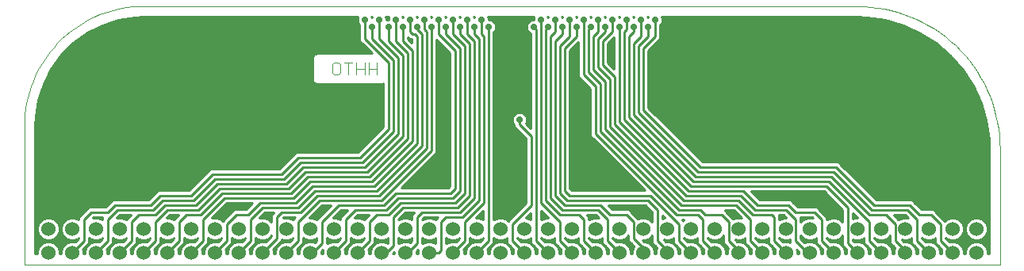
<source format=gbl>
G75*
G70*
%OFA0B0*%
%FSLAX24Y24*%
%IPPOS*%
%LPD*%
%AMOC8*
5,1,8,0,0,1.08239X$1,22.5*
%
%ADD10C,0.0000*%
%ADD11C,0.0040*%
%ADD12C,0.0600*%
%ADD13C,0.0100*%
%ADD14C,0.0278*%
D10*
X000183Y002893D02*
X000183Y008750D01*
X000182Y008750D02*
X000188Y008989D01*
X000205Y009227D01*
X000233Y009464D01*
X000273Y009699D01*
X000323Y009932D01*
X000385Y010163D01*
X000458Y010390D01*
X000541Y010614D01*
X000635Y010833D01*
X000739Y011048D01*
X000854Y011257D01*
X000978Y011461D01*
X001112Y011658D01*
X001255Y011849D01*
X001407Y012033D01*
X001567Y012210D01*
X001736Y012379D01*
X001913Y012539D01*
X002097Y012691D01*
X002288Y012834D01*
X002485Y012968D01*
X002689Y013092D01*
X002898Y013207D01*
X003113Y013311D01*
X003332Y013405D01*
X003556Y013488D01*
X003783Y013561D01*
X004014Y013623D01*
X004247Y013673D01*
X004482Y013713D01*
X004719Y013741D01*
X004957Y013758D01*
X005196Y013764D01*
X005196Y013763D02*
X035171Y013763D01*
X035171Y013764D02*
X035457Y013757D01*
X035742Y013737D01*
X036025Y013703D01*
X036307Y013655D01*
X036586Y013595D01*
X036863Y013521D01*
X037135Y013434D01*
X037402Y013334D01*
X037665Y013221D01*
X037922Y013097D01*
X038173Y012960D01*
X038417Y012811D01*
X038654Y012651D01*
X038882Y012479D01*
X039103Y012298D01*
X039314Y012105D01*
X039516Y011903D01*
X039709Y011692D01*
X039890Y011471D01*
X040062Y011243D01*
X040222Y011006D01*
X040371Y010762D01*
X040508Y010511D01*
X040632Y010254D01*
X040745Y009991D01*
X040845Y009724D01*
X040932Y009452D01*
X041006Y009175D01*
X041066Y008896D01*
X041114Y008614D01*
X041148Y008331D01*
X041168Y008046D01*
X041175Y007760D01*
X041175Y002893D01*
X000183Y002893D01*
D11*
X013107Y010961D02*
X013194Y010874D01*
X013368Y010874D01*
X013454Y010961D01*
X013454Y011308D01*
X013368Y011394D01*
X013194Y011394D01*
X013107Y011308D01*
X013107Y010961D01*
X013797Y010874D02*
X013797Y011394D01*
X013970Y011394D02*
X013623Y011394D01*
X014139Y011394D02*
X014139Y010874D01*
X014486Y010874D02*
X014486Y011394D01*
X014654Y011394D02*
X014654Y010874D01*
X015001Y010874D02*
X015001Y011394D01*
X015001Y011134D02*
X014654Y011134D01*
X014486Y011134D02*
X014139Y011134D01*
D12*
X014183Y004393D03*
X015183Y004393D03*
X016183Y004393D03*
X017183Y004393D03*
X018183Y004393D03*
X019183Y004393D03*
X020183Y004393D03*
X021183Y004393D03*
X022183Y004393D03*
X023183Y004393D03*
X024183Y004393D03*
X025183Y004393D03*
X026183Y004393D03*
X027183Y004393D03*
X028183Y004393D03*
X029183Y004393D03*
X030183Y004393D03*
X031183Y004393D03*
X032183Y004393D03*
X033183Y004393D03*
X034183Y004393D03*
X035183Y004393D03*
X036183Y004393D03*
X037183Y004393D03*
X038183Y004393D03*
X039183Y004393D03*
X040183Y004393D03*
X040183Y003393D03*
X039183Y003393D03*
X038183Y003393D03*
X037183Y003393D03*
X036183Y003393D03*
X035183Y003393D03*
X034183Y003393D03*
X033183Y003393D03*
X032183Y003393D03*
X031183Y003393D03*
X030183Y003393D03*
X029183Y003393D03*
X028183Y003393D03*
X027183Y003393D03*
X026183Y003393D03*
X025183Y003393D03*
X024183Y003393D03*
X023183Y003393D03*
X022183Y003393D03*
X021183Y003393D03*
X020183Y003393D03*
X019183Y003393D03*
X018183Y003393D03*
X017183Y003393D03*
X016183Y003393D03*
X015183Y003393D03*
X014183Y003393D03*
X013183Y003393D03*
X012183Y003393D03*
X011183Y003393D03*
X010183Y003393D03*
X009183Y003393D03*
X008183Y003393D03*
X007183Y003393D03*
X006183Y003393D03*
X005183Y003393D03*
X004183Y003393D03*
X003183Y003393D03*
X002183Y003393D03*
X001183Y003393D03*
X001183Y004393D03*
X002183Y004393D03*
X003183Y004393D03*
X004183Y004393D03*
X005183Y004393D03*
X006183Y004393D03*
X007183Y004393D03*
X008183Y004393D03*
X009183Y004393D03*
X010183Y004393D03*
X011183Y004393D03*
X012183Y004393D03*
X013183Y004393D03*
D13*
X013423Y003984D02*
X013463Y003984D01*
X013322Y003844D01*
X013276Y003863D01*
X013089Y003863D01*
X012916Y003792D01*
X012903Y003778D01*
X012903Y004009D01*
X012916Y003995D01*
X013089Y003923D01*
X013276Y003923D01*
X013449Y003995D01*
X013463Y004009D01*
X013463Y003984D01*
X013364Y003886D02*
X012903Y003886D01*
X012903Y003984D02*
X012942Y003984D01*
X012463Y003984D02*
X012423Y003984D01*
X012449Y003995D02*
X012463Y004009D01*
X012463Y003884D01*
X012393Y003815D01*
X012276Y003863D01*
X012089Y003863D01*
X011916Y003792D01*
X011784Y003660D01*
X011713Y003487D01*
X011713Y003343D01*
X011653Y003343D01*
X011653Y003487D01*
X011634Y003533D01*
X011903Y003802D01*
X011903Y004009D01*
X011916Y003995D01*
X012089Y003923D01*
X012276Y003923D01*
X012449Y003995D01*
X012463Y003886D02*
X011903Y003886D01*
X011903Y003984D02*
X011942Y003984D01*
X011683Y003893D02*
X011183Y003393D01*
X011653Y003393D02*
X011713Y003393D01*
X011715Y003492D02*
X011651Y003492D01*
X011691Y003590D02*
X011756Y003590D01*
X011789Y003689D02*
X011814Y003689D01*
X011888Y003787D02*
X011912Y003787D01*
X011683Y003893D02*
X011683Y004693D01*
X012583Y005593D01*
X015183Y005593D01*
X017283Y007693D01*
X017283Y012893D01*
X017083Y012693D02*
X016983Y012793D01*
X016983Y013193D01*
X017267Y013313D02*
X017298Y013313D01*
X017283Y013277D01*
X017267Y013313D01*
X017583Y013193D02*
X017583Y012593D01*
X018283Y011893D01*
X018283Y006093D01*
X018083Y005893D01*
X015783Y005893D01*
X015283Y005393D01*
X013383Y005393D01*
X012683Y004693D01*
X012683Y003793D01*
X012283Y003393D01*
X012183Y003393D01*
X012653Y003393D02*
X012713Y003393D01*
X012713Y003343D02*
X012653Y003343D01*
X012653Y003452D01*
X012731Y003530D01*
X012713Y003487D01*
X012713Y003343D01*
X012715Y003492D02*
X012692Y003492D01*
X013183Y003393D02*
X013683Y003893D01*
X013683Y004793D01*
X014083Y005193D01*
X015383Y005193D01*
X015883Y005693D01*
X018183Y005693D01*
X018483Y005993D01*
X018483Y011993D01*
X017883Y012593D01*
X017883Y012893D01*
X018483Y012893D02*
X018483Y012593D01*
X018883Y012193D01*
X018883Y005793D01*
X018383Y005293D01*
X016083Y005293D01*
X015683Y004893D01*
X015683Y003693D01*
X015383Y003393D01*
X015183Y003393D01*
X014713Y003393D02*
X014653Y003393D01*
X014653Y003343D02*
X014653Y003487D01*
X014634Y003533D01*
X014903Y003802D01*
X014903Y004009D01*
X014916Y003995D01*
X015089Y003923D01*
X015276Y003923D01*
X015449Y003995D01*
X015463Y004009D01*
X015463Y003784D01*
X015459Y003781D01*
X015449Y003792D01*
X015276Y003863D01*
X015089Y003863D01*
X014916Y003792D01*
X014784Y003660D01*
X014713Y003487D01*
X014713Y003343D01*
X014653Y003343D01*
X014651Y003492D02*
X014715Y003492D01*
X014691Y003590D02*
X014756Y003590D01*
X014789Y003689D02*
X014814Y003689D01*
X014888Y003787D02*
X014912Y003787D01*
X014903Y003886D02*
X015463Y003886D01*
X015463Y003984D02*
X015423Y003984D01*
X015903Y003984D02*
X015942Y003984D01*
X015916Y003995D02*
X015903Y004009D01*
X015903Y003778D01*
X015916Y003792D01*
X016089Y003863D01*
X016276Y003863D01*
X016393Y003815D01*
X016463Y003884D01*
X016463Y004009D01*
X016449Y003995D01*
X016276Y003923D01*
X016089Y003923D01*
X015916Y003995D01*
X015903Y003886D02*
X016463Y003886D01*
X016463Y003984D02*
X016423Y003984D01*
X016903Y003984D02*
X016942Y003984D01*
X016916Y003995D02*
X016903Y004009D01*
X016903Y003778D01*
X016916Y003792D01*
X017089Y003863D01*
X017276Y003863D01*
X017449Y003792D01*
X017463Y003778D01*
X017463Y004009D01*
X017449Y003995D01*
X017276Y003923D01*
X017089Y003923D01*
X016916Y003995D01*
X016903Y003886D02*
X017463Y003886D01*
X017463Y003984D02*
X017423Y003984D01*
X017903Y003984D02*
X017942Y003984D01*
X017916Y003995D02*
X017903Y004009D01*
X017903Y003778D01*
X017916Y003792D01*
X018089Y003863D01*
X018276Y003863D01*
X018322Y003844D01*
X018463Y003984D01*
X018423Y003984D01*
X018449Y003995D02*
X018463Y004009D01*
X018463Y003984D01*
X018449Y003995D02*
X018276Y003923D01*
X018089Y003923D01*
X017916Y003995D01*
X017903Y003886D02*
X018364Y003886D01*
X018683Y003893D02*
X018183Y003393D01*
X018653Y003393D02*
X018713Y003393D01*
X018713Y003343D02*
X018653Y003343D01*
X018653Y003487D01*
X018634Y003533D01*
X018903Y003802D01*
X018903Y004009D01*
X018916Y003995D01*
X019089Y003923D01*
X019276Y003923D01*
X019449Y003995D01*
X019463Y004009D01*
X019463Y003984D01*
X019423Y003984D01*
X019463Y003984D02*
X019322Y003844D01*
X019276Y003863D01*
X019089Y003863D01*
X018916Y003792D01*
X018784Y003660D01*
X018713Y003487D01*
X018713Y003343D01*
X018715Y003492D02*
X018651Y003492D01*
X018691Y003590D02*
X018756Y003590D01*
X018789Y003689D02*
X018814Y003689D01*
X018888Y003787D02*
X018912Y003787D01*
X018903Y003886D02*
X019364Y003886D01*
X019683Y003893D02*
X019183Y003393D01*
X019653Y003393D02*
X019713Y003393D01*
X019713Y003343D02*
X019653Y003343D01*
X019653Y003487D01*
X019634Y003533D01*
X019903Y003802D01*
X019903Y003984D01*
X019942Y003984D01*
X019916Y003995D02*
X020089Y003923D01*
X020276Y003923D01*
X020449Y003995D01*
X020463Y004009D01*
X020463Y003802D01*
X020592Y003673D01*
X020732Y003533D01*
X020713Y003487D01*
X020713Y003343D01*
X020653Y003343D01*
X020653Y003487D01*
X020581Y003660D01*
X020449Y003792D01*
X020276Y003863D01*
X020089Y003863D01*
X019916Y003792D01*
X019784Y003660D01*
X019713Y003487D01*
X019713Y003343D01*
X019715Y003492D02*
X019651Y003492D01*
X019691Y003590D02*
X019756Y003590D01*
X019789Y003689D02*
X019814Y003689D01*
X019888Y003787D02*
X019912Y003787D01*
X019903Y003886D02*
X020463Y003886D01*
X020463Y003984D02*
X020423Y003984D01*
X020683Y003893D02*
X020683Y004593D01*
X021483Y005393D01*
X021483Y008293D01*
X020983Y008793D01*
X020983Y008993D01*
X021270Y009106D02*
X021463Y009106D01*
X021463Y009008D02*
X021292Y009008D01*
X021292Y009055D02*
X021245Y009168D01*
X021158Y009255D01*
X021044Y009302D01*
X020921Y009302D01*
X020808Y009255D01*
X020721Y009168D01*
X020674Y009055D01*
X020674Y008932D01*
X020721Y008818D01*
X020763Y008776D01*
X020763Y008702D01*
X021263Y008202D01*
X021263Y005484D01*
X020592Y004813D01*
X020509Y004731D01*
X020449Y004792D01*
X020276Y004863D01*
X020089Y004863D01*
X019916Y004792D01*
X019903Y004778D01*
X019903Y012676D01*
X019945Y012718D01*
X019992Y012832D01*
X019992Y012955D01*
X019945Y013068D01*
X019858Y013155D01*
X019744Y013202D01*
X019692Y013202D01*
X019692Y013255D01*
X019667Y013313D01*
X021598Y013313D01*
X021574Y013255D01*
X021574Y013202D01*
X021521Y013202D01*
X021408Y013155D01*
X021321Y013068D01*
X021274Y012955D01*
X021274Y012832D01*
X021321Y012718D01*
X021408Y012631D01*
X021463Y012608D01*
X021463Y008624D01*
X021252Y008835D01*
X021292Y008932D01*
X021292Y009055D01*
X021282Y008909D02*
X021463Y008909D01*
X021463Y008811D02*
X021276Y008811D01*
X021375Y008712D02*
X021463Y008712D01*
X020950Y008515D02*
X019903Y008515D01*
X019903Y008417D02*
X021048Y008417D01*
X021147Y008318D02*
X019903Y008318D01*
X019903Y008220D02*
X021245Y008220D01*
X021263Y008121D02*
X019903Y008121D01*
X019903Y008023D02*
X021263Y008023D01*
X021263Y007924D02*
X019903Y007924D01*
X019903Y007826D02*
X021263Y007826D01*
X021263Y007727D02*
X019903Y007727D01*
X019903Y007629D02*
X021263Y007629D01*
X021263Y007530D02*
X019903Y007530D01*
X019903Y007432D02*
X021263Y007432D01*
X021263Y007333D02*
X019903Y007333D01*
X019903Y007235D02*
X021263Y007235D01*
X021263Y007136D02*
X019903Y007136D01*
X019903Y007038D02*
X021263Y007038D01*
X021263Y006939D02*
X019903Y006939D01*
X019903Y006841D02*
X021263Y006841D01*
X021263Y006742D02*
X019903Y006742D01*
X019903Y006644D02*
X021263Y006644D01*
X021263Y006545D02*
X019903Y006545D01*
X019903Y006447D02*
X021263Y006447D01*
X021263Y006348D02*
X019903Y006348D01*
X019903Y006250D02*
X021263Y006250D01*
X021263Y006151D02*
X019903Y006151D01*
X019903Y006053D02*
X021263Y006053D01*
X021263Y005954D02*
X019903Y005954D01*
X019903Y005856D02*
X021263Y005856D01*
X021263Y005757D02*
X019903Y005757D01*
X019903Y005659D02*
X021263Y005659D01*
X021263Y005560D02*
X019903Y005560D01*
X019903Y005462D02*
X021240Y005462D01*
X021142Y005363D02*
X019903Y005363D01*
X019903Y005265D02*
X021043Y005265D01*
X020945Y005166D02*
X019903Y005166D01*
X019903Y005068D02*
X020846Y005068D01*
X020748Y004969D02*
X019903Y004969D01*
X019903Y004871D02*
X020649Y004871D01*
X020551Y004772D02*
X020468Y004772D01*
X021264Y004863D02*
X021463Y005062D01*
X021463Y004778D01*
X021449Y004792D01*
X021276Y004863D01*
X021264Y004863D01*
X021271Y004871D02*
X021463Y004871D01*
X021463Y004969D02*
X021370Y004969D01*
X021903Y004969D02*
X022096Y004969D01*
X022089Y004863D02*
X022202Y004863D01*
X021903Y005162D01*
X021903Y004778D01*
X021916Y004792D01*
X022089Y004863D01*
X022194Y004871D02*
X021903Y004871D01*
X021903Y005068D02*
X021997Y005068D01*
X022083Y005593D02*
X022683Y004993D01*
X023483Y004993D01*
X023683Y004793D01*
X023683Y003893D01*
X024183Y003393D01*
X024653Y003393D02*
X024713Y003393D01*
X024713Y003343D02*
X024653Y003343D01*
X024653Y003487D01*
X024581Y003660D01*
X024449Y003792D01*
X024276Y003863D01*
X024089Y003863D01*
X024043Y003844D01*
X023903Y003984D01*
X023942Y003984D01*
X023916Y003995D02*
X023903Y004009D01*
X023903Y003984D01*
X023916Y003995D02*
X024089Y003923D01*
X024276Y003923D01*
X024449Y003995D01*
X024463Y004009D01*
X024463Y003802D01*
X024592Y003673D01*
X024732Y003533D01*
X024713Y003487D01*
X024713Y003343D01*
X024715Y003492D02*
X024651Y003492D01*
X024675Y003590D02*
X024610Y003590D01*
X024576Y003689D02*
X024552Y003689D01*
X024478Y003787D02*
X024453Y003787D01*
X024463Y003886D02*
X024001Y003886D01*
X024423Y003984D02*
X024463Y003984D01*
X024683Y003893D02*
X024683Y004793D01*
X024283Y005193D01*
X022783Y005193D01*
X022283Y005693D01*
X022283Y012493D01*
X022483Y012693D01*
X022483Y013193D01*
X022767Y013313D02*
X022798Y013313D01*
X022783Y013277D01*
X022767Y013313D01*
X023083Y013193D02*
X023083Y012493D01*
X022683Y012093D01*
X022683Y005893D01*
X022983Y005593D01*
X026383Y005593D01*
X026783Y005193D01*
X026783Y003893D01*
X027183Y003493D01*
X027183Y003393D01*
X027653Y003393D02*
X027713Y003393D01*
X027713Y003343D02*
X027653Y003343D01*
X027653Y003487D01*
X027581Y003660D01*
X027449Y003792D01*
X027276Y003863D01*
X027124Y003863D01*
X027046Y003941D01*
X027089Y003923D01*
X027276Y003923D01*
X027449Y003995D01*
X027463Y004009D01*
X027463Y003802D01*
X027592Y003673D01*
X027732Y003533D01*
X027713Y003487D01*
X027713Y003343D01*
X027715Y003492D02*
X027651Y003492D01*
X027675Y003590D02*
X027610Y003590D01*
X027576Y003689D02*
X027552Y003689D01*
X027478Y003787D02*
X027453Y003787D01*
X027463Y003886D02*
X027101Y003886D01*
X027423Y003984D02*
X027463Y003984D01*
X027683Y003893D02*
X027683Y004593D01*
X026483Y005793D01*
X023083Y005793D01*
X022883Y005993D01*
X022883Y011993D01*
X023383Y012493D01*
X023383Y012893D01*
X022783Y012893D02*
X022783Y012593D01*
X022483Y012293D01*
X022483Y005793D01*
X022883Y005393D01*
X024383Y005393D01*
X024783Y004993D01*
X025483Y004993D01*
X025783Y004693D01*
X025783Y003993D01*
X026183Y003593D01*
X026183Y003393D01*
X026653Y003393D02*
X026713Y003393D01*
X026713Y003343D02*
X026653Y003343D01*
X026653Y003487D01*
X026581Y003660D01*
X026449Y003792D01*
X026276Y003863D01*
X026224Y003863D01*
X026164Y003923D01*
X026276Y003923D01*
X026449Y003995D01*
X026563Y004109D01*
X026563Y003802D01*
X026692Y003673D01*
X026761Y003604D01*
X026713Y003487D01*
X026713Y003343D01*
X026715Y003492D02*
X026651Y003492D01*
X026610Y003590D02*
X026756Y003590D01*
X026676Y003689D02*
X026552Y003689D01*
X026578Y003787D02*
X026453Y003787D01*
X026563Y003886D02*
X026201Y003886D01*
X026423Y003984D02*
X026563Y003984D01*
X026563Y004083D02*
X026537Y004083D01*
X025795Y003670D02*
X025692Y003773D01*
X025563Y003902D01*
X025563Y004109D01*
X025449Y003995D01*
X025276Y003923D01*
X025089Y003923D01*
X024916Y003995D01*
X024903Y004009D01*
X024903Y003984D01*
X024942Y003984D01*
X024903Y003984D02*
X025043Y003844D01*
X025089Y003863D01*
X025276Y003863D01*
X025449Y003792D01*
X025581Y003660D01*
X025653Y003487D01*
X025653Y003343D01*
X025713Y003343D01*
X025713Y003487D01*
X025784Y003660D01*
X025795Y003670D01*
X025776Y003689D02*
X025552Y003689D01*
X025610Y003590D02*
X025756Y003590D01*
X025715Y003492D02*
X025651Y003492D01*
X025653Y003393D02*
X025713Y003393D01*
X025183Y003393D02*
X024683Y003893D01*
X025001Y003886D02*
X025579Y003886D01*
X025563Y003984D02*
X025423Y003984D01*
X025537Y004083D02*
X025563Y004083D01*
X025453Y003787D02*
X025678Y003787D01*
X023732Y003533D02*
X023713Y003487D01*
X023713Y003343D01*
X023653Y003343D01*
X023653Y003487D01*
X023581Y003660D01*
X023449Y003792D01*
X023276Y003863D01*
X023089Y003863D01*
X023043Y003844D01*
X022903Y003984D01*
X022942Y003984D01*
X022916Y003995D02*
X023089Y003923D01*
X023276Y003923D01*
X023449Y003995D01*
X023463Y004009D01*
X023463Y003802D01*
X023592Y003673D01*
X023732Y003533D01*
X023715Y003492D02*
X023651Y003492D01*
X023653Y003393D02*
X023713Y003393D01*
X023183Y003393D02*
X022683Y003893D01*
X022683Y004693D01*
X021883Y005493D01*
X021883Y013193D01*
X022167Y013313D02*
X022198Y013313D01*
X022183Y013277D01*
X022167Y013313D01*
X021574Y013243D02*
X019692Y013243D01*
X019868Y013145D02*
X021397Y013145D01*
X021312Y013046D02*
X019954Y013046D01*
X019992Y012948D02*
X021274Y012948D01*
X021274Y012849D02*
X019992Y012849D01*
X019958Y012751D02*
X021307Y012751D01*
X021387Y012652D02*
X019903Y012652D01*
X019903Y012554D02*
X021463Y012554D01*
X021463Y012455D02*
X019903Y012455D01*
X019903Y012357D02*
X021463Y012357D01*
X021463Y012258D02*
X019903Y012258D01*
X019903Y012160D02*
X021463Y012160D01*
X021463Y012061D02*
X019903Y012061D01*
X019903Y011963D02*
X021463Y011963D01*
X021463Y011864D02*
X019903Y011864D01*
X019903Y011766D02*
X021463Y011766D01*
X021463Y011667D02*
X019903Y011667D01*
X019903Y011569D02*
X021463Y011569D01*
X021463Y011470D02*
X019903Y011470D01*
X019903Y011372D02*
X021463Y011372D01*
X021463Y011273D02*
X019903Y011273D01*
X019903Y011175D02*
X021463Y011175D01*
X021463Y011076D02*
X019903Y011076D01*
X019903Y010978D02*
X021463Y010978D01*
X021463Y010879D02*
X019903Y010879D01*
X019903Y010781D02*
X021463Y010781D01*
X021463Y010682D02*
X019903Y010682D01*
X019903Y010584D02*
X021463Y010584D01*
X021463Y010485D02*
X019903Y010485D01*
X019903Y010387D02*
X021463Y010387D01*
X021463Y010288D02*
X019903Y010288D01*
X019903Y010190D02*
X021463Y010190D01*
X021463Y010091D02*
X019903Y010091D01*
X019903Y009993D02*
X021463Y009993D01*
X021463Y009894D02*
X019903Y009894D01*
X019903Y009796D02*
X021463Y009796D01*
X021463Y009697D02*
X019903Y009697D01*
X019903Y009599D02*
X021463Y009599D01*
X021463Y009500D02*
X019903Y009500D01*
X019903Y009402D02*
X021463Y009402D01*
X021463Y009303D02*
X019903Y009303D01*
X019903Y009205D02*
X020757Y009205D01*
X020695Y009106D02*
X019903Y009106D01*
X019903Y009008D02*
X020674Y009008D01*
X020683Y008909D02*
X019903Y008909D01*
X019903Y008811D02*
X020728Y008811D01*
X020763Y008712D02*
X019903Y008712D01*
X019903Y008614D02*
X020851Y008614D01*
X021208Y009205D02*
X021463Y009205D01*
X023103Y009205D02*
X023963Y009205D01*
X023963Y009303D02*
X023103Y009303D01*
X023103Y009402D02*
X023963Y009402D01*
X023963Y009500D02*
X023103Y009500D01*
X023103Y009599D02*
X023963Y009599D01*
X023963Y009697D02*
X023103Y009697D01*
X023103Y009796D02*
X023963Y009796D01*
X023963Y009894D02*
X023103Y009894D01*
X023103Y009993D02*
X023963Y009993D01*
X023963Y010091D02*
X023103Y010091D01*
X023103Y010190D02*
X023963Y010190D01*
X023963Y010288D02*
X023103Y010288D01*
X023103Y010387D02*
X023878Y010387D01*
X023963Y010302D02*
X023963Y008302D01*
X024092Y008173D01*
X026252Y006013D01*
X023174Y006013D01*
X023103Y006084D01*
X023103Y011902D01*
X023463Y012262D01*
X023463Y010984D01*
X023463Y010802D01*
X023963Y010302D01*
X024183Y010393D02*
X023683Y010893D01*
X023683Y013193D01*
X023967Y013313D02*
X023998Y013313D01*
X023983Y013277D01*
X023967Y013313D01*
X024283Y013193D02*
X024283Y012693D01*
X024083Y012493D01*
X024083Y011093D01*
X024583Y010593D01*
X024583Y008593D01*
X027783Y005393D01*
X030083Y005393D01*
X030683Y004793D01*
X030683Y003893D01*
X031183Y003393D01*
X031653Y003393D02*
X031713Y003393D01*
X031713Y003343D02*
X031653Y003343D01*
X031653Y003487D01*
X031581Y003660D01*
X031449Y003792D01*
X031276Y003863D01*
X031089Y003863D01*
X031043Y003844D01*
X030903Y003984D01*
X030942Y003984D01*
X030916Y003995D02*
X030903Y004009D01*
X030903Y003984D01*
X030916Y003995D02*
X031089Y003923D01*
X031276Y003923D01*
X031449Y003995D01*
X031463Y004009D01*
X031463Y003802D01*
X031592Y003673D01*
X031732Y003533D01*
X031713Y003487D01*
X031713Y003343D01*
X031715Y003492D02*
X031651Y003492D01*
X031675Y003590D02*
X031610Y003590D01*
X031576Y003689D02*
X031552Y003689D01*
X031478Y003787D02*
X031453Y003787D01*
X031463Y003886D02*
X031001Y003886D01*
X031423Y003984D02*
X031463Y003984D01*
X031683Y003893D02*
X031683Y004893D01*
X031583Y004993D01*
X030783Y004993D01*
X030183Y005593D01*
X027883Y005593D01*
X024783Y008693D01*
X024783Y010693D01*
X024283Y011193D01*
X024283Y012393D01*
X024583Y012693D01*
X024583Y012893D01*
X024883Y012693D02*
X024483Y012293D01*
X024483Y011293D01*
X024983Y010793D01*
X024983Y008793D01*
X027983Y005793D01*
X030283Y005793D01*
X030883Y005193D01*
X032183Y005193D01*
X032583Y004793D01*
X032583Y003893D01*
X033083Y003393D01*
X033183Y003393D01*
X033653Y003393D02*
X033713Y003393D01*
X033713Y003343D02*
X033653Y003343D01*
X033653Y003487D01*
X033581Y003660D01*
X033449Y003792D01*
X033276Y003863D01*
X033089Y003863D01*
X032972Y003815D01*
X032803Y003984D01*
X032942Y003984D01*
X032916Y003995D02*
X032803Y004109D01*
X032803Y003984D01*
X032803Y004083D02*
X032829Y004083D01*
X032916Y003995D02*
X033089Y003923D01*
X033276Y003923D01*
X033449Y003995D01*
X033463Y004009D01*
X033463Y003802D01*
X033592Y003673D01*
X033732Y003533D01*
X033713Y003487D01*
X033713Y003343D01*
X033715Y003492D02*
X033651Y003492D01*
X033675Y003590D02*
X033610Y003590D01*
X033576Y003689D02*
X033552Y003689D01*
X033478Y003787D02*
X033453Y003787D01*
X033463Y003886D02*
X032901Y003886D01*
X033423Y003984D02*
X033463Y003984D01*
X033683Y003893D02*
X033683Y004793D01*
X033383Y005093D01*
X032583Y005093D01*
X032283Y005393D01*
X030983Y005393D01*
X030383Y005993D01*
X028083Y005993D01*
X025183Y008893D01*
X025183Y012893D01*
X025383Y012693D02*
X025383Y008993D01*
X028183Y006193D01*
X033883Y006193D01*
X034783Y005293D01*
X034783Y003793D01*
X035183Y003393D01*
X035653Y003393D02*
X035713Y003393D01*
X035713Y003343D02*
X035653Y003343D01*
X035653Y003487D01*
X035581Y003660D01*
X035449Y003792D01*
X035276Y003863D01*
X035089Y003863D01*
X035043Y003844D01*
X035003Y003884D01*
X035003Y003959D01*
X035089Y003923D01*
X035276Y003923D01*
X035449Y003995D01*
X035463Y004009D01*
X035463Y003802D01*
X035592Y003673D01*
X035732Y003533D01*
X035713Y003487D01*
X035713Y003343D01*
X035715Y003492D02*
X035651Y003492D01*
X035675Y003590D02*
X035610Y003590D01*
X035576Y003689D02*
X035552Y003689D01*
X035478Y003787D02*
X035453Y003787D01*
X035463Y003886D02*
X035003Y003886D01*
X035423Y003984D02*
X035463Y003984D01*
X035683Y003893D02*
X035683Y004693D01*
X033983Y006393D01*
X028283Y006393D01*
X025583Y009093D01*
X025583Y012493D01*
X025783Y012693D01*
X025783Y012893D01*
X025483Y012793D02*
X025383Y012693D01*
X025483Y012793D02*
X025483Y013193D01*
X025767Y013313D02*
X025798Y013313D01*
X025783Y013277D01*
X025767Y013313D01*
X026083Y013193D02*
X026083Y012493D01*
X025783Y012193D01*
X025783Y009193D01*
X028383Y006593D01*
X034083Y006593D01*
X035683Y004993D01*
X036383Y004993D01*
X036783Y004593D01*
X036783Y003893D01*
X037183Y003493D01*
X037183Y003393D01*
X037653Y003393D02*
X037713Y003393D01*
X037713Y003343D02*
X037653Y003343D01*
X037653Y003487D01*
X037581Y003660D01*
X037449Y003792D01*
X037276Y003863D01*
X037124Y003863D01*
X037046Y003941D01*
X037089Y003923D01*
X037276Y003923D01*
X037449Y003995D01*
X037463Y004009D01*
X037463Y003802D01*
X037592Y003673D01*
X037732Y003533D01*
X037713Y003487D01*
X037713Y003343D01*
X037715Y003492D02*
X037651Y003492D01*
X037675Y003590D02*
X037610Y003590D01*
X037576Y003689D02*
X037552Y003689D01*
X037478Y003787D02*
X037453Y003787D01*
X037463Y003886D02*
X037101Y003886D01*
X037423Y003984D02*
X037463Y003984D01*
X037683Y003893D02*
X037683Y004793D01*
X037283Y005193D01*
X035783Y005193D01*
X034183Y006793D01*
X028483Y006793D01*
X025983Y009293D01*
X025983Y012093D01*
X026383Y012493D01*
X026383Y012893D01*
X026903Y012849D02*
X037361Y012849D01*
X037146Y012948D02*
X026903Y012948D01*
X026903Y012976D02*
X026945Y013018D01*
X026992Y013132D01*
X026992Y013255D01*
X026967Y013313D01*
X035171Y013313D01*
X035567Y013299D01*
X036352Y013186D01*
X037112Y012963D01*
X037833Y012634D01*
X038499Y012206D01*
X039098Y011687D01*
X039617Y011088D01*
X040046Y010421D01*
X040375Y009701D01*
X040598Y008940D01*
X040711Y008156D01*
X040725Y007760D01*
X040725Y003343D01*
X040653Y003343D01*
X040653Y003487D01*
X040581Y003660D01*
X040449Y003792D01*
X040276Y003863D01*
X040089Y003863D01*
X039916Y003792D01*
X039784Y003660D01*
X039713Y003487D01*
X039713Y003343D01*
X039653Y003343D01*
X039653Y003487D01*
X039581Y003660D01*
X039449Y003792D01*
X039276Y003863D01*
X039089Y003863D01*
X039043Y003844D01*
X038903Y003984D01*
X038942Y003984D01*
X038916Y003995D02*
X039089Y003923D01*
X039276Y003923D01*
X039449Y003995D01*
X039581Y004127D01*
X039653Y004300D01*
X039653Y004487D01*
X039581Y004660D01*
X039449Y004792D01*
X039276Y004863D01*
X039089Y004863D01*
X038916Y004792D01*
X038856Y004731D01*
X038503Y005084D01*
X038374Y005213D01*
X037874Y005213D01*
X037603Y005484D01*
X037474Y005613D01*
X035974Y005613D01*
X034503Y007084D01*
X034374Y007213D01*
X028674Y007213D01*
X026403Y009484D01*
X026403Y011902D01*
X026774Y012273D01*
X026903Y012402D01*
X026903Y012976D01*
X026956Y013046D02*
X036829Y013046D01*
X036494Y013145D02*
X026992Y013145D01*
X026992Y013243D02*
X035956Y013243D01*
X037577Y012751D02*
X026903Y012751D01*
X026903Y012652D02*
X037793Y012652D01*
X037958Y012554D02*
X026903Y012554D01*
X026903Y012455D02*
X038111Y012455D01*
X038264Y012357D02*
X026857Y012357D01*
X026759Y012258D02*
X038417Y012258D01*
X038552Y012160D02*
X026660Y012160D01*
X026562Y012061D02*
X038666Y012061D01*
X038780Y011963D02*
X026463Y011963D01*
X026403Y011864D02*
X038893Y011864D01*
X039007Y011766D02*
X026403Y011766D01*
X026403Y011667D02*
X039115Y011667D01*
X039200Y011569D02*
X026403Y011569D01*
X026403Y011470D02*
X039286Y011470D01*
X039371Y011372D02*
X026403Y011372D01*
X026403Y011273D02*
X039457Y011273D01*
X039542Y011175D02*
X026403Y011175D01*
X026403Y011076D02*
X039625Y011076D01*
X039688Y010978D02*
X026403Y010978D01*
X026403Y010879D02*
X039751Y010879D01*
X039815Y010781D02*
X026403Y010781D01*
X026403Y010682D02*
X039878Y010682D01*
X039941Y010584D02*
X026403Y010584D01*
X026403Y010485D02*
X040004Y010485D01*
X040061Y010387D02*
X026403Y010387D01*
X026403Y010288D02*
X040106Y010288D01*
X040151Y010190D02*
X026403Y010190D01*
X026403Y010091D02*
X040196Y010091D01*
X040241Y009993D02*
X026403Y009993D01*
X026403Y009894D02*
X040286Y009894D01*
X040331Y009796D02*
X026403Y009796D01*
X026403Y009697D02*
X040376Y009697D01*
X040405Y009599D02*
X026403Y009599D01*
X026403Y009500D02*
X040433Y009500D01*
X040462Y009402D02*
X026485Y009402D01*
X026584Y009303D02*
X040491Y009303D01*
X040520Y009205D02*
X026682Y009205D01*
X026781Y009106D02*
X040549Y009106D01*
X040578Y009008D02*
X026879Y009008D01*
X026978Y008909D02*
X040602Y008909D01*
X040617Y008811D02*
X027076Y008811D01*
X027175Y008712D02*
X040631Y008712D01*
X040645Y008614D02*
X027273Y008614D01*
X027372Y008515D02*
X040659Y008515D01*
X040673Y008417D02*
X027470Y008417D01*
X027569Y008318D02*
X040687Y008318D01*
X040702Y008220D02*
X027667Y008220D01*
X027766Y008121D02*
X040712Y008121D01*
X040715Y008023D02*
X027864Y008023D01*
X027963Y007924D02*
X040719Y007924D01*
X040722Y007826D02*
X028061Y007826D01*
X028160Y007727D02*
X040725Y007727D01*
X040725Y007629D02*
X028258Y007629D01*
X028357Y007530D02*
X040725Y007530D01*
X040725Y007432D02*
X028455Y007432D01*
X028554Y007333D02*
X040725Y007333D01*
X040725Y007235D02*
X028652Y007235D01*
X028583Y006993D02*
X026183Y009393D01*
X026183Y011993D01*
X026683Y012493D01*
X026683Y013193D01*
X026398Y013313D02*
X026367Y013313D01*
X026383Y013277D01*
X026398Y013313D01*
X025198Y013313D02*
X025167Y013313D01*
X025183Y013277D01*
X025198Y013313D01*
X024883Y013193D02*
X024883Y012693D01*
X024963Y012462D02*
X024963Y011124D01*
X024703Y011384D01*
X024703Y012202D01*
X024963Y012462D01*
X024963Y012455D02*
X024956Y012455D01*
X024963Y012357D02*
X024857Y012357D01*
X024759Y012258D02*
X024963Y012258D01*
X024963Y012160D02*
X024703Y012160D01*
X024703Y012061D02*
X024963Y012061D01*
X024963Y011963D02*
X024703Y011963D01*
X024703Y011864D02*
X024963Y011864D01*
X024963Y011766D02*
X024703Y011766D01*
X024703Y011667D02*
X024963Y011667D01*
X024963Y011569D02*
X024703Y011569D01*
X024703Y011470D02*
X024963Y011470D01*
X024963Y011372D02*
X024715Y011372D01*
X024814Y011273D02*
X024963Y011273D01*
X024963Y011175D02*
X024912Y011175D01*
X024383Y010493D02*
X023883Y010993D01*
X023883Y012793D01*
X023983Y012893D01*
X024583Y013277D02*
X024567Y013313D01*
X024598Y013313D01*
X024583Y013277D01*
X023398Y013313D02*
X023367Y013313D01*
X023383Y013277D01*
X023398Y013313D01*
X022183Y012893D02*
X022083Y012793D01*
X022083Y005593D01*
X023134Y006053D02*
X026212Y006053D01*
X026114Y006151D02*
X023103Y006151D01*
X023103Y006250D02*
X026015Y006250D01*
X025917Y006348D02*
X023103Y006348D01*
X023103Y006447D02*
X025818Y006447D01*
X025720Y006545D02*
X023103Y006545D01*
X023103Y006644D02*
X025621Y006644D01*
X025523Y006742D02*
X023103Y006742D01*
X023103Y006841D02*
X025424Y006841D01*
X025326Y006939D02*
X023103Y006939D01*
X023103Y007038D02*
X025227Y007038D01*
X025129Y007136D02*
X023103Y007136D01*
X023103Y007235D02*
X025030Y007235D01*
X024932Y007333D02*
X023103Y007333D01*
X023103Y007432D02*
X024833Y007432D01*
X024735Y007530D02*
X023103Y007530D01*
X023103Y007629D02*
X024636Y007629D01*
X024538Y007727D02*
X023103Y007727D01*
X023103Y007826D02*
X024439Y007826D01*
X024341Y007924D02*
X023103Y007924D01*
X023103Y008023D02*
X024242Y008023D01*
X024144Y008121D02*
X023103Y008121D01*
X023103Y008220D02*
X024045Y008220D01*
X023963Y008318D02*
X023103Y008318D01*
X023103Y008417D02*
X023963Y008417D01*
X023963Y008515D02*
X023103Y008515D01*
X023103Y008614D02*
X023963Y008614D01*
X023963Y008712D02*
X023103Y008712D01*
X023103Y008811D02*
X023963Y008811D01*
X023963Y008909D02*
X023103Y008909D01*
X023103Y009008D02*
X023963Y009008D01*
X023963Y009106D02*
X023103Y009106D01*
X024183Y008393D02*
X024183Y010393D01*
X024383Y010493D02*
X024383Y008493D01*
X027683Y005193D01*
X028583Y005193D01*
X028783Y004993D01*
X029483Y004993D01*
X029783Y004693D01*
X029783Y003893D01*
X030183Y003493D01*
X030183Y003393D01*
X030653Y003393D02*
X030713Y003393D01*
X030713Y003343D02*
X030653Y003343D01*
X030653Y003487D01*
X030581Y003660D01*
X030449Y003792D01*
X030276Y003863D01*
X030124Y003863D01*
X030046Y003941D01*
X030089Y003923D01*
X030276Y003923D01*
X030449Y003995D01*
X030463Y004009D01*
X030463Y003802D01*
X030592Y003673D01*
X030732Y003533D01*
X030713Y003487D01*
X030713Y003343D01*
X030715Y003492D02*
X030651Y003492D01*
X030675Y003590D02*
X030610Y003590D01*
X030576Y003689D02*
X030552Y003689D01*
X030478Y003787D02*
X030453Y003787D01*
X030463Y003886D02*
X030101Y003886D01*
X030423Y003984D02*
X030463Y003984D01*
X029761Y003604D02*
X029563Y003802D01*
X029563Y004109D01*
X029449Y003995D01*
X029276Y003923D01*
X029089Y003923D01*
X028916Y003995D01*
X028903Y004009D01*
X028903Y003984D01*
X028942Y003984D01*
X028903Y003984D02*
X029043Y003844D01*
X029089Y003863D01*
X029276Y003863D01*
X029449Y003792D01*
X029581Y003660D01*
X029653Y003487D01*
X029653Y003343D01*
X029713Y003343D01*
X029713Y003487D01*
X029761Y003604D01*
X029756Y003590D02*
X029610Y003590D01*
X029651Y003492D02*
X029715Y003492D01*
X029713Y003393D02*
X029653Y003393D01*
X029183Y003393D02*
X028683Y003893D01*
X028683Y004793D01*
X028483Y004993D01*
X027583Y004993D01*
X024183Y008393D01*
X028583Y006993D02*
X034283Y006993D01*
X035883Y005393D01*
X037383Y005393D01*
X037783Y004993D01*
X038283Y004993D01*
X038683Y004593D01*
X038683Y003893D01*
X039183Y003393D01*
X039653Y003393D02*
X039713Y003393D01*
X039715Y003492D02*
X039651Y003492D01*
X039610Y003590D02*
X039756Y003590D01*
X039814Y003689D02*
X039552Y003689D01*
X039453Y003787D02*
X039912Y003787D01*
X039916Y003995D02*
X040089Y003923D01*
X040276Y003923D01*
X040449Y003995D01*
X040581Y004127D01*
X040653Y004300D01*
X040653Y004487D01*
X040581Y004660D01*
X040449Y004792D01*
X040276Y004863D01*
X040089Y004863D01*
X039916Y004792D01*
X039784Y004660D01*
X039713Y004487D01*
X039713Y004300D01*
X039784Y004127D01*
X039916Y003995D01*
X039942Y003984D02*
X039423Y003984D01*
X039537Y004083D02*
X039829Y004083D01*
X039762Y004181D02*
X039604Y004181D01*
X039644Y004280D02*
X039721Y004280D01*
X039713Y004378D02*
X039653Y004378D01*
X039653Y004477D02*
X039713Y004477D01*
X039749Y004575D02*
X039616Y004575D01*
X039567Y004674D02*
X039799Y004674D01*
X039897Y004772D02*
X039468Y004772D01*
X038897Y004772D02*
X038815Y004772D01*
X038716Y004871D02*
X040725Y004871D01*
X040725Y004969D02*
X038618Y004969D01*
X038519Y005068D02*
X040725Y005068D01*
X040725Y005166D02*
X038421Y005166D01*
X037822Y005265D02*
X040725Y005265D01*
X040725Y005363D02*
X037724Y005363D01*
X037625Y005462D02*
X040725Y005462D01*
X040725Y005560D02*
X037527Y005560D01*
X037192Y004973D02*
X036714Y004973D01*
X036906Y004781D01*
X036916Y004792D01*
X037089Y004863D01*
X037276Y004863D01*
X037320Y004845D01*
X037192Y004973D01*
X037196Y004969D02*
X036718Y004969D01*
X036816Y004871D02*
X037294Y004871D01*
X035202Y004863D02*
X035089Y004863D01*
X035003Y004827D01*
X035003Y005062D01*
X035202Y004863D01*
X035194Y004871D02*
X035003Y004871D01*
X035003Y004969D02*
X035096Y004969D01*
X034563Y004969D02*
X033818Y004969D01*
X033903Y004884D02*
X033603Y005184D01*
X033474Y005313D01*
X032674Y005313D01*
X032503Y005484D01*
X032374Y005613D01*
X031074Y005613D01*
X030714Y005973D01*
X033792Y005973D01*
X034563Y005202D01*
X034563Y004678D01*
X034449Y004792D01*
X034276Y004863D01*
X034089Y004863D01*
X033916Y004792D01*
X033903Y004778D01*
X033903Y004884D01*
X033903Y004871D02*
X034563Y004871D01*
X034563Y004772D02*
X034468Y004772D01*
X034563Y005068D02*
X033719Y005068D01*
X033621Y005166D02*
X034563Y005166D01*
X034500Y005265D02*
X033522Y005265D01*
X034106Y005659D02*
X031028Y005659D01*
X030930Y005757D02*
X034008Y005757D01*
X033909Y005856D02*
X030831Y005856D01*
X030733Y005954D02*
X033811Y005954D01*
X034205Y005560D02*
X032427Y005560D01*
X032525Y005462D02*
X034303Y005462D01*
X034402Y005363D02*
X032624Y005363D01*
X032202Y004863D02*
X032092Y004973D01*
X031903Y004973D01*
X031903Y004778D01*
X031916Y004792D01*
X032089Y004863D01*
X032202Y004863D01*
X032194Y004871D02*
X031903Y004871D01*
X031903Y004969D02*
X032096Y004969D01*
X032803Y004873D02*
X032803Y004678D01*
X032916Y004792D01*
X033089Y004863D01*
X033276Y004863D01*
X033320Y004845D01*
X033292Y004873D01*
X032803Y004873D01*
X032803Y004871D02*
X033294Y004871D01*
X032897Y004772D02*
X032803Y004772D01*
X032089Y003923D02*
X031916Y003995D01*
X031903Y004009D01*
X031903Y003984D01*
X031942Y003984D01*
X031903Y003984D02*
X032043Y003844D01*
X032089Y003863D01*
X032276Y003863D01*
X032363Y003827D01*
X032363Y003959D01*
X032276Y003923D01*
X032089Y003923D01*
X032001Y003886D02*
X032363Y003886D01*
X032183Y003393D02*
X031683Y003893D01*
X032635Y003530D02*
X032713Y003452D01*
X032713Y003343D01*
X032653Y003343D01*
X032653Y003487D01*
X032635Y003530D01*
X032651Y003492D02*
X032673Y003492D01*
X032653Y003393D02*
X032713Y003393D01*
X033683Y003893D02*
X034183Y003393D01*
X034653Y003393D02*
X034713Y003393D01*
X034713Y003343D02*
X034653Y003343D01*
X034653Y003487D01*
X034581Y003660D01*
X034449Y003792D01*
X034276Y003863D01*
X034089Y003863D01*
X034043Y003844D01*
X033903Y003984D01*
X033942Y003984D01*
X033916Y003995D02*
X033903Y004009D01*
X033903Y003984D01*
X033916Y003995D02*
X034089Y003923D01*
X034276Y003923D01*
X034449Y003995D01*
X034563Y004109D01*
X034563Y003702D01*
X034692Y003573D01*
X034732Y003533D01*
X034713Y003487D01*
X034713Y003343D01*
X034715Y003492D02*
X034651Y003492D01*
X034675Y003590D02*
X034610Y003590D01*
X034576Y003689D02*
X034552Y003689D01*
X034563Y003787D02*
X034453Y003787D01*
X034563Y003886D02*
X034001Y003886D01*
X034423Y003984D02*
X034563Y003984D01*
X034563Y004083D02*
X034537Y004083D01*
X035683Y003893D02*
X036183Y003393D01*
X036653Y003393D02*
X036713Y003393D01*
X036713Y003343D02*
X036653Y003343D01*
X036653Y003487D01*
X036581Y003660D01*
X036449Y003792D01*
X036276Y003863D01*
X036089Y003863D01*
X036043Y003844D01*
X035903Y003984D01*
X035942Y003984D01*
X035916Y003995D02*
X035903Y004009D01*
X035903Y003984D01*
X035916Y003995D02*
X036089Y003923D01*
X036276Y003923D01*
X036449Y003995D01*
X036563Y004109D01*
X036563Y003802D01*
X036692Y003673D01*
X036761Y003604D01*
X036713Y003487D01*
X036713Y003343D01*
X036715Y003492D02*
X036651Y003492D01*
X036610Y003590D02*
X036756Y003590D01*
X036676Y003689D02*
X036552Y003689D01*
X036578Y003787D02*
X036453Y003787D01*
X036563Y003886D02*
X036001Y003886D01*
X036423Y003984D02*
X036563Y003984D01*
X036563Y004083D02*
X036537Y004083D01*
X037683Y003893D02*
X038183Y003393D01*
X038653Y003393D02*
X038713Y003393D01*
X038713Y003343D02*
X038653Y003343D01*
X038653Y003487D01*
X038581Y003660D01*
X038449Y003792D01*
X038276Y003863D01*
X038089Y003863D01*
X038043Y003844D01*
X037903Y003984D01*
X037942Y003984D01*
X037916Y003995D02*
X037903Y004009D01*
X037903Y003984D01*
X037916Y003995D02*
X038089Y003923D01*
X038276Y003923D01*
X038449Y003995D01*
X038463Y004009D01*
X038463Y003802D01*
X038592Y003673D01*
X038732Y003533D01*
X038713Y003487D01*
X038713Y003343D01*
X038715Y003492D02*
X038651Y003492D01*
X038675Y003590D02*
X038610Y003590D01*
X038576Y003689D02*
X038552Y003689D01*
X038478Y003787D02*
X038453Y003787D01*
X038463Y003886D02*
X038001Y003886D01*
X038423Y003984D02*
X038463Y003984D01*
X038903Y003984D02*
X038903Y004009D01*
X038916Y003995D01*
X039001Y003886D02*
X040725Y003886D01*
X040725Y003984D02*
X040423Y003984D01*
X040537Y004083D02*
X040725Y004083D01*
X040725Y004181D02*
X040604Y004181D01*
X040644Y004280D02*
X040725Y004280D01*
X040725Y004378D02*
X040653Y004378D01*
X040653Y004477D02*
X040725Y004477D01*
X040725Y004575D02*
X040616Y004575D01*
X040567Y004674D02*
X040725Y004674D01*
X040725Y004772D02*
X040468Y004772D01*
X040725Y005659D02*
X035928Y005659D01*
X035830Y005757D02*
X040725Y005757D01*
X040725Y005856D02*
X035731Y005856D01*
X035633Y005954D02*
X040725Y005954D01*
X040725Y006053D02*
X035534Y006053D01*
X035436Y006151D02*
X040725Y006151D01*
X040725Y006250D02*
X035337Y006250D01*
X035239Y006348D02*
X040725Y006348D01*
X040725Y006447D02*
X035140Y006447D01*
X035042Y006545D02*
X040725Y006545D01*
X040725Y006644D02*
X034943Y006644D01*
X034845Y006742D02*
X040725Y006742D01*
X040725Y006841D02*
X034746Y006841D01*
X034648Y006939D02*
X040725Y006939D01*
X040725Y007038D02*
X034549Y007038D01*
X034451Y007136D02*
X040725Y007136D01*
X030320Y004845D02*
X030276Y004863D01*
X030089Y004863D01*
X029972Y004815D01*
X029703Y005084D01*
X029703Y005084D01*
X029614Y005173D01*
X029992Y005173D01*
X030320Y004845D01*
X030294Y004871D02*
X029916Y004871D01*
X029818Y004969D02*
X030196Y004969D01*
X030097Y005068D02*
X029719Y005068D01*
X029621Y005166D02*
X029999Y005166D01*
X027898Y004773D02*
X027814Y004773D01*
X027856Y004731D01*
X027898Y004773D01*
X027897Y004772D02*
X027815Y004772D01*
X027102Y004863D02*
X027003Y004962D01*
X027003Y004827D01*
X027089Y004863D01*
X027102Y004863D01*
X027094Y004871D02*
X027003Y004871D01*
X026563Y004871D02*
X025916Y004871D01*
X025972Y004815D02*
X026089Y004863D01*
X026276Y004863D01*
X026449Y004792D01*
X026563Y004678D01*
X026563Y005102D01*
X026292Y005373D01*
X024714Y005373D01*
X024874Y005213D01*
X025574Y005213D01*
X025703Y005084D01*
X025972Y004815D01*
X026468Y004772D02*
X026563Y004772D01*
X026563Y004969D02*
X025818Y004969D01*
X025719Y005068D02*
X026563Y005068D01*
X026499Y005166D02*
X025621Y005166D01*
X026400Y005265D02*
X024822Y005265D01*
X024724Y005363D02*
X026302Y005363D01*
X024320Y004845D02*
X024276Y004863D01*
X024089Y004863D01*
X023916Y004792D01*
X023903Y004778D01*
X023903Y004884D01*
X023814Y004973D01*
X024192Y004973D01*
X024320Y004845D01*
X024294Y004871D02*
X023903Y004871D01*
X023818Y004969D02*
X024196Y004969D01*
X023463Y003984D02*
X023423Y003984D01*
X023463Y003886D02*
X023001Y003886D01*
X022916Y003995D02*
X022903Y004009D01*
X022903Y003984D01*
X022463Y003984D02*
X022423Y003984D01*
X022449Y003995D02*
X022463Y004009D01*
X022463Y003802D01*
X022592Y003673D01*
X022732Y003533D01*
X022713Y003487D01*
X022713Y003343D01*
X022653Y003343D01*
X022653Y003487D01*
X022581Y003660D01*
X022449Y003792D01*
X022276Y003863D01*
X022089Y003863D01*
X022043Y003844D01*
X021903Y003984D01*
X021942Y003984D01*
X021916Y003995D02*
X021903Y004009D01*
X021903Y003984D01*
X021916Y003995D02*
X022089Y003923D01*
X022276Y003923D01*
X022449Y003995D01*
X022463Y003886D02*
X022001Y003886D01*
X021683Y003893D02*
X021683Y012793D01*
X021583Y012893D01*
X019683Y012893D02*
X019683Y003893D01*
X019903Y003984D02*
X019903Y004009D01*
X019916Y003995D01*
X020453Y003787D02*
X020478Y003787D01*
X020552Y003689D02*
X020576Y003689D01*
X020592Y003673D02*
X020592Y003673D01*
X020610Y003590D02*
X020675Y003590D01*
X020651Y003492D02*
X020715Y003492D01*
X020713Y003393D02*
X020653Y003393D01*
X020683Y003893D02*
X021183Y003393D01*
X021653Y003393D02*
X021713Y003393D01*
X021713Y003343D02*
X021653Y003343D01*
X021653Y003487D01*
X021581Y003660D01*
X021449Y003792D01*
X021276Y003863D01*
X021089Y003863D01*
X021043Y003844D01*
X020903Y003984D01*
X020942Y003984D01*
X020916Y003995D02*
X020903Y004009D01*
X020903Y003984D01*
X020916Y003995D02*
X021089Y003923D01*
X021276Y003923D01*
X021449Y003995D01*
X021463Y004009D01*
X021463Y003802D01*
X021592Y003673D01*
X021732Y003533D01*
X021713Y003487D01*
X021713Y003343D01*
X021715Y003492D02*
X021651Y003492D01*
X021675Y003590D02*
X021610Y003590D01*
X021592Y003673D02*
X021592Y003673D01*
X021576Y003689D02*
X021552Y003689D01*
X021478Y003787D02*
X021453Y003787D01*
X021463Y003886D02*
X021001Y003886D01*
X021423Y003984D02*
X021463Y003984D01*
X021683Y003893D02*
X022183Y003393D01*
X022653Y003393D02*
X022713Y003393D01*
X022715Y003492D02*
X022651Y003492D01*
X022675Y003590D02*
X022610Y003590D01*
X022576Y003689D02*
X022552Y003689D01*
X022478Y003787D02*
X022453Y003787D01*
X023453Y003787D02*
X023478Y003787D01*
X023552Y003689D02*
X023576Y003689D01*
X023610Y003590D02*
X023675Y003590D01*
X027683Y003893D02*
X028183Y003393D01*
X028653Y003393D02*
X028713Y003393D01*
X028713Y003343D02*
X028653Y003343D01*
X028653Y003487D01*
X028581Y003660D01*
X028449Y003792D01*
X028276Y003863D01*
X028089Y003863D01*
X028043Y003844D01*
X027903Y003984D01*
X027942Y003984D01*
X027916Y003995D02*
X027903Y004009D01*
X027903Y003984D01*
X027916Y003995D02*
X028089Y003923D01*
X028276Y003923D01*
X028449Y003995D01*
X028463Y004009D01*
X028463Y003802D01*
X028592Y003673D01*
X028732Y003533D01*
X028713Y003487D01*
X028713Y003343D01*
X028715Y003492D02*
X028651Y003492D01*
X028675Y003590D02*
X028610Y003590D01*
X028576Y003689D02*
X028552Y003689D01*
X028478Y003787D02*
X028453Y003787D01*
X028463Y003886D02*
X028001Y003886D01*
X028423Y003984D02*
X028463Y003984D01*
X029001Y003886D02*
X029563Y003886D01*
X029563Y003984D02*
X029423Y003984D01*
X029537Y004083D02*
X029563Y004083D01*
X029578Y003787D02*
X029453Y003787D01*
X029552Y003689D02*
X029676Y003689D01*
X019463Y004778D02*
X019463Y005162D01*
X019164Y004863D01*
X019276Y004863D01*
X019449Y004792D01*
X019463Y004778D01*
X019463Y004871D02*
X019171Y004871D01*
X019270Y004969D02*
X019463Y004969D01*
X019463Y005068D02*
X019368Y005068D01*
X019483Y005493D02*
X018683Y004693D01*
X018683Y003893D01*
X018903Y003984D02*
X018942Y003984D01*
X017912Y003787D02*
X017903Y003787D01*
X017463Y003787D02*
X017453Y003787D01*
X016912Y003787D02*
X016903Y003787D01*
X016683Y003793D02*
X016283Y003393D01*
X016183Y003393D01*
X016653Y003393D02*
X016713Y003393D01*
X016713Y003343D02*
X016653Y003343D01*
X016653Y003452D01*
X016731Y003530D01*
X016713Y003487D01*
X016713Y003343D01*
X016715Y003492D02*
X016692Y003492D01*
X017183Y003393D02*
X017583Y003393D01*
X017683Y003493D01*
X017683Y004693D01*
X017883Y004893D01*
X018583Y004893D01*
X019283Y005593D01*
X019283Y012393D01*
X019083Y012593D01*
X019083Y012893D01*
X019383Y012593D02*
X019483Y012493D01*
X019483Y005493D01*
X019083Y005693D02*
X018483Y005093D01*
X016883Y005093D01*
X016683Y004893D01*
X016683Y003793D01*
X015912Y003787D02*
X015903Y003787D01*
X015463Y003787D02*
X015453Y003787D01*
X015713Y003412D02*
X015713Y003343D01*
X015653Y003343D01*
X015653Y003352D01*
X015713Y003412D01*
X015713Y003393D02*
X015694Y003393D01*
X014683Y003893D02*
X014183Y003393D01*
X013713Y003393D02*
X013653Y003393D01*
X013653Y003343D02*
X013653Y003487D01*
X013634Y003533D01*
X013903Y003802D01*
X013903Y004009D01*
X013916Y003995D01*
X014089Y003923D01*
X014276Y003923D01*
X014449Y003995D01*
X014463Y004009D01*
X014463Y003984D01*
X014423Y003984D01*
X014463Y003984D02*
X014322Y003844D01*
X014276Y003863D01*
X014089Y003863D01*
X013916Y003792D01*
X013784Y003660D01*
X013713Y003487D01*
X013713Y003343D01*
X013653Y003343D01*
X013651Y003492D02*
X013715Y003492D01*
X013691Y003590D02*
X013756Y003590D01*
X013789Y003689D02*
X013814Y003689D01*
X013888Y003787D02*
X013912Y003787D01*
X013903Y003886D02*
X014364Y003886D01*
X014683Y003893D02*
X014683Y004693D01*
X014983Y004993D01*
X015483Y004993D01*
X015983Y005493D01*
X018283Y005493D01*
X018683Y005893D01*
X018683Y012093D01*
X018183Y012593D01*
X018183Y013193D01*
X018467Y013313D02*
X018498Y013313D01*
X018483Y013277D01*
X018467Y013313D01*
X018783Y013193D02*
X018783Y012593D01*
X019083Y012293D01*
X019083Y005693D01*
X018063Y006184D02*
X017992Y006113D01*
X016014Y006113D01*
X017503Y007602D01*
X017503Y007784D01*
X017503Y012362D01*
X018063Y011802D01*
X018063Y006184D01*
X018030Y006151D02*
X016052Y006151D01*
X016150Y006250D02*
X018063Y006250D01*
X018063Y006348D02*
X016249Y006348D01*
X016347Y006447D02*
X018063Y006447D01*
X018063Y006545D02*
X016446Y006545D01*
X016544Y006644D02*
X018063Y006644D01*
X018063Y006742D02*
X016643Y006742D01*
X016741Y006841D02*
X018063Y006841D01*
X018063Y006939D02*
X016840Y006939D01*
X016938Y007038D02*
X018063Y007038D01*
X018063Y007136D02*
X017037Y007136D01*
X017135Y007235D02*
X018063Y007235D01*
X018063Y007333D02*
X017234Y007333D01*
X017332Y007432D02*
X018063Y007432D01*
X018063Y007530D02*
X017431Y007530D01*
X017503Y007629D02*
X018063Y007629D01*
X018063Y007727D02*
X017503Y007727D01*
X017503Y007826D02*
X018063Y007826D01*
X018063Y007924D02*
X017503Y007924D01*
X017503Y008023D02*
X018063Y008023D01*
X018063Y008121D02*
X017503Y008121D01*
X017503Y008220D02*
X018063Y008220D01*
X018063Y008318D02*
X017503Y008318D01*
X017503Y008417D02*
X018063Y008417D01*
X018063Y008515D02*
X017503Y008515D01*
X017503Y008614D02*
X018063Y008614D01*
X018063Y008712D02*
X017503Y008712D01*
X017503Y008811D02*
X018063Y008811D01*
X018063Y008909D02*
X017503Y008909D01*
X017503Y009008D02*
X018063Y009008D01*
X018063Y009106D02*
X017503Y009106D01*
X017503Y009205D02*
X018063Y009205D01*
X018063Y009303D02*
X017503Y009303D01*
X017503Y009402D02*
X018063Y009402D01*
X018063Y009500D02*
X017503Y009500D01*
X017503Y009599D02*
X018063Y009599D01*
X018063Y009697D02*
X017503Y009697D01*
X017503Y009796D02*
X018063Y009796D01*
X018063Y009894D02*
X017503Y009894D01*
X017503Y009993D02*
X018063Y009993D01*
X018063Y010091D02*
X017503Y010091D01*
X017503Y010190D02*
X018063Y010190D01*
X018063Y010288D02*
X017503Y010288D01*
X017503Y010387D02*
X018063Y010387D01*
X018063Y010485D02*
X017503Y010485D01*
X017503Y010584D02*
X018063Y010584D01*
X018063Y010682D02*
X017503Y010682D01*
X017503Y010781D02*
X018063Y010781D01*
X018063Y010879D02*
X017503Y010879D01*
X017503Y010978D02*
X018063Y010978D01*
X018063Y011076D02*
X017503Y011076D01*
X017503Y011175D02*
X018063Y011175D01*
X018063Y011273D02*
X017503Y011273D01*
X017503Y011372D02*
X018063Y011372D01*
X018063Y011470D02*
X017503Y011470D01*
X017503Y011569D02*
X018063Y011569D01*
X018063Y011667D02*
X017503Y011667D01*
X017503Y011766D02*
X018063Y011766D01*
X018001Y011864D02*
X017503Y011864D01*
X017503Y011963D02*
X017902Y011963D01*
X017804Y012061D02*
X017503Y012061D01*
X017503Y012160D02*
X017705Y012160D01*
X017607Y012258D02*
X017503Y012258D01*
X017503Y012357D02*
X017508Y012357D01*
X016883Y012593D02*
X016683Y012793D01*
X016683Y012893D01*
X016383Y012693D02*
X016483Y012593D01*
X016583Y012593D01*
X016683Y012493D01*
X016683Y007993D01*
X014883Y006193D01*
X012283Y006193D01*
X011583Y005493D01*
X010083Y005493D01*
X009583Y004993D01*
X009083Y004993D01*
X008683Y004593D01*
X008683Y003893D01*
X008183Y003393D01*
X008653Y003393D02*
X008713Y003393D01*
X008713Y003343D02*
X008653Y003343D01*
X008653Y003487D01*
X008634Y003533D01*
X008774Y003673D01*
X008903Y003802D01*
X008903Y004009D01*
X008916Y003995D01*
X009089Y003923D01*
X009276Y003923D01*
X009449Y003995D01*
X009463Y004009D01*
X009463Y003984D01*
X009423Y003984D01*
X009463Y003984D02*
X009322Y003844D01*
X009276Y003863D01*
X009089Y003863D01*
X008916Y003792D01*
X008784Y003660D01*
X008713Y003487D01*
X008713Y003343D01*
X008715Y003492D02*
X008651Y003492D01*
X008691Y003590D02*
X008756Y003590D01*
X008789Y003689D02*
X008814Y003689D01*
X008888Y003787D02*
X008912Y003787D01*
X008903Y003886D02*
X009364Y003886D01*
X009683Y003893D02*
X009683Y004793D01*
X010183Y005293D01*
X011683Y005293D01*
X012383Y005993D01*
X014983Y005993D01*
X016883Y007893D01*
X016883Y012593D01*
X017083Y012693D02*
X017083Y007793D01*
X015083Y005793D01*
X012483Y005793D01*
X011783Y005093D01*
X010983Y005093D01*
X010783Y004893D01*
X010783Y003993D01*
X010183Y003393D01*
X010653Y003393D02*
X010713Y003393D01*
X010713Y003343D02*
X010653Y003343D01*
X010653Y003487D01*
X010634Y003533D01*
X010874Y003773D01*
X011003Y003902D01*
X011003Y003959D01*
X011089Y003923D01*
X011276Y003923D01*
X011449Y003995D01*
X011463Y004009D01*
X011463Y003984D01*
X011423Y003984D01*
X011463Y003984D02*
X011322Y003844D01*
X011276Y003863D01*
X011089Y003863D01*
X010916Y003792D01*
X010784Y003660D01*
X010713Y003487D01*
X010713Y003343D01*
X010715Y003492D02*
X010651Y003492D01*
X010691Y003590D02*
X010756Y003590D01*
X010789Y003689D02*
X010814Y003689D01*
X010888Y003787D02*
X010912Y003787D01*
X010986Y003886D02*
X011364Y003886D01*
X010563Y004084D02*
X010322Y003844D01*
X010276Y003863D01*
X010089Y003863D01*
X009916Y003792D01*
X009784Y003660D01*
X009713Y003487D01*
X009713Y003343D01*
X009653Y003343D01*
X009653Y003487D01*
X009634Y003533D01*
X009774Y003673D01*
X009903Y003802D01*
X009903Y004009D01*
X009916Y003995D01*
X010089Y003923D01*
X010276Y003923D01*
X010449Y003995D01*
X010563Y004109D01*
X010563Y004084D01*
X010561Y004083D02*
X010537Y004083D01*
X010463Y003984D02*
X010423Y003984D01*
X010364Y003886D02*
X009903Y003886D01*
X009903Y003984D02*
X009942Y003984D01*
X009683Y003893D02*
X009183Y003393D01*
X009653Y003393D02*
X009713Y003393D01*
X009715Y003492D02*
X009651Y003492D01*
X009691Y003590D02*
X009756Y003590D01*
X009789Y003689D02*
X009814Y003689D01*
X009888Y003787D02*
X009912Y003787D01*
X008942Y003984D02*
X008903Y003984D01*
X008463Y003984D02*
X008322Y003844D01*
X008276Y003863D01*
X008089Y003863D01*
X007916Y003792D01*
X007784Y003660D01*
X007713Y003487D01*
X007713Y003343D01*
X007653Y003343D01*
X007653Y003487D01*
X007634Y003533D01*
X007774Y003673D01*
X007903Y003802D01*
X007903Y004009D01*
X007916Y003995D01*
X008089Y003923D01*
X008276Y003923D01*
X008449Y003995D01*
X008463Y004009D01*
X008463Y003984D01*
X008423Y003984D01*
X008364Y003886D02*
X007903Y003886D01*
X007903Y003984D02*
X007942Y003984D01*
X007683Y003893D02*
X007683Y004793D01*
X008583Y005693D01*
X011483Y005693D01*
X012183Y006393D01*
X014783Y006393D01*
X016483Y008093D01*
X016483Y011893D01*
X016083Y012293D01*
X016083Y012893D01*
X016383Y012693D02*
X016383Y013193D01*
X016667Y013313D02*
X016698Y013313D01*
X016683Y013277D01*
X016667Y013313D01*
X016098Y013313D02*
X016067Y013313D01*
X016083Y013277D01*
X016098Y013313D01*
X015783Y013193D02*
X015783Y012293D01*
X016283Y011793D01*
X016283Y008193D01*
X014683Y006593D01*
X012083Y006593D01*
X011383Y005893D01*
X008483Y005893D01*
X007583Y004993D01*
X006983Y004993D01*
X006683Y004693D01*
X006683Y003893D01*
X006183Y003393D01*
X006653Y003393D02*
X006713Y003393D01*
X006713Y003343D02*
X006653Y003343D01*
X006653Y003487D01*
X006634Y003533D01*
X006774Y003673D01*
X006903Y003802D01*
X006903Y004009D01*
X006916Y003995D01*
X007089Y003923D01*
X007276Y003923D01*
X007449Y003995D01*
X007463Y004009D01*
X007463Y003984D01*
X007423Y003984D01*
X007463Y003984D02*
X007322Y003844D01*
X007276Y003863D01*
X007089Y003863D01*
X006916Y003792D01*
X006784Y003660D01*
X006713Y003487D01*
X006713Y003343D01*
X006715Y003492D02*
X006651Y003492D01*
X006691Y003590D02*
X006756Y003590D01*
X006789Y003689D02*
X006814Y003689D01*
X006888Y003787D02*
X006912Y003787D01*
X006903Y003886D02*
X007364Y003886D01*
X007683Y003893D02*
X007183Y003393D01*
X007653Y003393D02*
X007713Y003393D01*
X007715Y003492D02*
X007651Y003492D01*
X007691Y003590D02*
X007756Y003590D01*
X007789Y003689D02*
X007814Y003689D01*
X007888Y003787D02*
X007912Y003787D01*
X006942Y003984D02*
X006903Y003984D01*
X006463Y003984D02*
X006322Y003844D01*
X006276Y003863D01*
X006089Y003863D01*
X005916Y003792D01*
X005784Y003660D01*
X005713Y003487D01*
X005713Y003343D01*
X005653Y003343D01*
X005653Y003487D01*
X005634Y003533D01*
X005774Y003673D01*
X005903Y003802D01*
X005903Y004009D01*
X005916Y003995D01*
X006089Y003923D01*
X006276Y003923D01*
X006449Y003995D01*
X006463Y004009D01*
X006463Y003984D01*
X006423Y003984D01*
X006364Y003886D02*
X005903Y003886D01*
X005903Y003984D02*
X005942Y003984D01*
X005683Y003893D02*
X005683Y004693D01*
X006183Y005193D01*
X007483Y005193D01*
X008383Y006093D01*
X011283Y006093D01*
X011983Y006793D01*
X014583Y006793D01*
X016083Y008293D01*
X016083Y011693D01*
X015483Y012293D01*
X015483Y012893D01*
X014783Y012893D02*
X014783Y012393D01*
X015683Y011493D01*
X015683Y008493D01*
X014383Y007193D01*
X011783Y007193D01*
X011083Y006493D01*
X008183Y006493D01*
X007283Y005593D01*
X005983Y005593D01*
X005583Y005193D01*
X004083Y005193D01*
X003683Y004793D01*
X003683Y003893D01*
X003183Y003393D01*
X003653Y003393D02*
X003713Y003393D01*
X003713Y003343D02*
X003653Y003343D01*
X003653Y003487D01*
X003634Y003533D01*
X003774Y003673D01*
X003903Y003802D01*
X003903Y004009D01*
X003916Y003995D01*
X004089Y003923D01*
X004276Y003923D01*
X004449Y003995D01*
X004463Y004009D01*
X004463Y003984D01*
X004423Y003984D01*
X004463Y003984D02*
X004322Y003844D01*
X004276Y003863D01*
X004089Y003863D01*
X003916Y003792D01*
X003784Y003660D01*
X003713Y003487D01*
X003713Y003343D01*
X003715Y003492D02*
X003651Y003492D01*
X003691Y003590D02*
X003756Y003590D01*
X003789Y003689D02*
X003814Y003689D01*
X003888Y003787D02*
X003912Y003787D01*
X003903Y003886D02*
X004364Y003886D01*
X004683Y003893D02*
X004683Y004693D01*
X004983Y004993D01*
X005683Y004993D01*
X006083Y005393D01*
X007383Y005393D01*
X008283Y006293D01*
X011183Y006293D01*
X011883Y006993D01*
X014483Y006993D01*
X015883Y008393D01*
X015883Y011593D01*
X015083Y012393D01*
X015083Y013193D01*
X015392Y013190D02*
X015392Y013255D01*
X015367Y013313D01*
X015498Y013313D01*
X015474Y013255D01*
X015474Y013202D01*
X015421Y013202D01*
X015392Y013190D01*
X015392Y013243D02*
X015474Y013243D01*
X014798Y013313D02*
X014767Y013313D01*
X014783Y013277D01*
X014798Y013313D01*
X014483Y013193D02*
X014483Y012393D01*
X015483Y011393D01*
X015483Y008593D01*
X014283Y007393D01*
X011683Y007393D01*
X010983Y006693D01*
X008083Y006693D01*
X007183Y005793D01*
X005883Y005793D01*
X005483Y005393D01*
X003983Y005393D01*
X003683Y005093D01*
X002983Y005093D01*
X002683Y004793D01*
X002683Y003893D01*
X002183Y003393D01*
X002653Y003393D02*
X002713Y003393D01*
X002713Y003343D02*
X002653Y003343D01*
X002653Y003487D01*
X002634Y003533D01*
X002774Y003673D01*
X002903Y003802D01*
X002903Y004009D01*
X002916Y003995D01*
X003089Y003923D01*
X003276Y003923D01*
X003449Y003995D01*
X003463Y004009D01*
X003463Y003984D01*
X003423Y003984D01*
X003463Y003984D02*
X003322Y003844D01*
X003276Y003863D01*
X003089Y003863D01*
X002916Y003792D01*
X002784Y003660D01*
X002713Y003487D01*
X002713Y003343D01*
X002715Y003492D02*
X002651Y003492D01*
X002691Y003590D02*
X002756Y003590D01*
X002789Y003689D02*
X002814Y003689D01*
X002888Y003787D02*
X002912Y003787D01*
X002903Y003886D02*
X003364Y003886D01*
X002942Y003984D02*
X002903Y003984D01*
X002463Y003984D02*
X002322Y003844D01*
X002276Y003863D01*
X002089Y003863D01*
X001916Y003792D01*
X001784Y003660D01*
X001713Y003487D01*
X001713Y003343D01*
X001653Y003343D01*
X001653Y003487D01*
X001581Y003660D01*
X001449Y003792D01*
X001276Y003863D01*
X001089Y003863D01*
X000916Y003792D01*
X000784Y003660D01*
X000713Y003487D01*
X000713Y003343D01*
X000633Y003343D01*
X000633Y008750D01*
X000647Y009108D01*
X000759Y009815D01*
X000980Y010496D01*
X001305Y011134D01*
X001726Y011714D01*
X002233Y012220D01*
X002812Y012641D01*
X003450Y012966D01*
X004131Y013187D01*
X004838Y013299D01*
X005196Y013313D01*
X014198Y013313D01*
X014174Y013255D01*
X014174Y013132D01*
X014221Y013018D01*
X014263Y012976D01*
X014263Y012302D01*
X014392Y012173D01*
X014794Y011771D01*
X012455Y011771D01*
X012433Y011768D01*
X012411Y011762D01*
X012391Y011753D01*
X012371Y011742D01*
X012354Y011729D01*
X012338Y011713D01*
X012324Y011695D01*
X012313Y011676D01*
X012305Y011655D01*
X012299Y011634D01*
X012296Y011612D01*
X012296Y010656D01*
X012299Y010634D01*
X012305Y010613D01*
X012313Y010592D01*
X012324Y010573D01*
X012338Y010555D01*
X012354Y010539D01*
X012371Y010526D01*
X012391Y010514D01*
X012411Y010506D01*
X012433Y010500D01*
X012455Y010497D01*
X015219Y010497D01*
X015241Y010500D01*
X015263Y010506D01*
X015263Y008684D01*
X014192Y007613D01*
X011592Y007613D01*
X011463Y007484D01*
X010892Y006913D01*
X007992Y006913D01*
X007863Y006784D01*
X007092Y006013D01*
X005792Y006013D01*
X005663Y005884D01*
X005392Y005613D01*
X003892Y005613D01*
X003763Y005484D01*
X003592Y005313D01*
X002892Y005313D01*
X002763Y005184D01*
X002463Y004884D01*
X002463Y004778D01*
X002449Y004792D01*
X002276Y004863D01*
X002089Y004863D01*
X001916Y004792D01*
X001784Y004660D01*
X001713Y004487D01*
X001713Y004300D01*
X001784Y004127D01*
X001916Y003995D01*
X002089Y003923D01*
X002276Y003923D01*
X002449Y003995D01*
X002463Y004009D01*
X002463Y003984D01*
X002423Y003984D01*
X002364Y003886D02*
X000633Y003886D01*
X000633Y003984D02*
X000942Y003984D01*
X000916Y003995D02*
X000784Y004127D01*
X000713Y004300D01*
X000713Y004487D01*
X000784Y004660D01*
X000916Y004792D01*
X001089Y004863D01*
X001276Y004863D01*
X001449Y004792D01*
X001581Y004660D01*
X001653Y004487D01*
X001653Y004300D01*
X001581Y004127D01*
X001449Y003995D01*
X001276Y003923D01*
X001089Y003923D01*
X000916Y003995D01*
X000829Y004083D02*
X000633Y004083D01*
X000633Y004181D02*
X000762Y004181D01*
X000721Y004280D02*
X000633Y004280D01*
X000633Y004378D02*
X000713Y004378D01*
X000713Y004477D02*
X000633Y004477D01*
X000633Y004575D02*
X000749Y004575D01*
X000799Y004674D02*
X000633Y004674D01*
X000633Y004772D02*
X000897Y004772D01*
X000633Y004871D02*
X002463Y004871D01*
X002548Y004969D02*
X000633Y004969D01*
X000633Y005068D02*
X002646Y005068D01*
X002745Y005166D02*
X000633Y005166D01*
X000633Y005265D02*
X002843Y005265D01*
X003642Y005363D02*
X000633Y005363D01*
X000633Y005462D02*
X003740Y005462D01*
X003839Y005560D02*
X000633Y005560D01*
X000633Y005659D02*
X005437Y005659D01*
X005536Y005757D02*
X000633Y005757D01*
X000633Y005856D02*
X005634Y005856D01*
X005733Y005954D02*
X000633Y005954D01*
X000633Y006053D02*
X007131Y006053D01*
X007230Y006151D02*
X000633Y006151D01*
X000633Y006250D02*
X007328Y006250D01*
X007427Y006348D02*
X000633Y006348D01*
X000633Y006447D02*
X007525Y006447D01*
X007624Y006545D02*
X000633Y006545D01*
X000633Y006644D02*
X007722Y006644D01*
X007821Y006742D02*
X000633Y006742D01*
X000633Y006841D02*
X007919Y006841D01*
X010918Y006939D02*
X000633Y006939D01*
X000633Y007038D02*
X011016Y007038D01*
X011115Y007136D02*
X000633Y007136D01*
X000633Y007235D02*
X011213Y007235D01*
X011312Y007333D02*
X000633Y007333D01*
X000633Y007432D02*
X011410Y007432D01*
X011509Y007530D02*
X000633Y007530D01*
X000633Y007629D02*
X014207Y007629D01*
X014306Y007727D02*
X000633Y007727D01*
X000633Y007826D02*
X014404Y007826D01*
X014503Y007924D02*
X000633Y007924D01*
X000633Y008023D02*
X014601Y008023D01*
X014700Y008121D02*
X000633Y008121D01*
X000633Y008220D02*
X014798Y008220D01*
X014897Y008318D02*
X000633Y008318D01*
X000633Y008417D02*
X014995Y008417D01*
X015094Y008515D02*
X000633Y008515D01*
X000633Y008614D02*
X015192Y008614D01*
X015263Y008712D02*
X000633Y008712D01*
X000635Y008811D02*
X015263Y008811D01*
X015263Y008909D02*
X000639Y008909D01*
X000643Y009008D02*
X015263Y009008D01*
X015263Y009106D02*
X000647Y009106D01*
X000662Y009205D02*
X015263Y009205D01*
X015263Y009303D02*
X000678Y009303D01*
X000693Y009402D02*
X015263Y009402D01*
X015263Y009500D02*
X000709Y009500D01*
X000725Y009599D02*
X015263Y009599D01*
X015263Y009697D02*
X000740Y009697D01*
X000756Y009796D02*
X015263Y009796D01*
X015263Y009894D02*
X000785Y009894D01*
X000817Y009993D02*
X015263Y009993D01*
X015263Y010091D02*
X000849Y010091D01*
X000881Y010190D02*
X015263Y010190D01*
X015263Y010288D02*
X000913Y010288D01*
X000945Y010387D02*
X015263Y010387D01*
X015263Y010485D02*
X000977Y010485D01*
X001025Y010584D02*
X012318Y010584D01*
X012296Y010682D02*
X001075Y010682D01*
X001125Y010781D02*
X012296Y010781D01*
X012296Y010879D02*
X001175Y010879D01*
X001226Y010978D02*
X012296Y010978D01*
X012296Y011076D02*
X001276Y011076D01*
X001335Y011175D02*
X012296Y011175D01*
X012296Y011273D02*
X001406Y011273D01*
X001478Y011372D02*
X012296Y011372D01*
X012296Y011470D02*
X001549Y011470D01*
X001621Y011569D02*
X012296Y011569D01*
X012310Y011667D02*
X001693Y011667D01*
X001778Y011766D02*
X012426Y011766D01*
X014263Y012357D02*
X002421Y012357D01*
X002556Y012455D02*
X014263Y012455D01*
X014263Y012554D02*
X002692Y012554D01*
X002834Y012652D02*
X014263Y012652D01*
X014263Y012751D02*
X003028Y012751D01*
X003221Y012849D02*
X014263Y012849D01*
X014263Y012948D02*
X003414Y012948D01*
X003697Y013046D02*
X014209Y013046D01*
X014174Y013145D02*
X004000Y013145D01*
X004485Y013243D02*
X014174Y013243D01*
X016303Y012462D02*
X016392Y012373D01*
X016463Y012373D01*
X016463Y012224D01*
X016303Y012384D01*
X016303Y012462D01*
X016303Y012455D02*
X016310Y012455D01*
X016330Y012357D02*
X016463Y012357D01*
X016463Y012258D02*
X016429Y012258D01*
X014701Y011864D02*
X001877Y011864D01*
X001975Y011963D02*
X014602Y011963D01*
X014504Y012061D02*
X002074Y012061D01*
X002172Y012160D02*
X014405Y012160D01*
X014307Y012258D02*
X002285Y012258D01*
X017867Y013313D02*
X017898Y013313D01*
X017883Y013277D01*
X017867Y013313D01*
X019067Y013313D02*
X019098Y013313D01*
X019083Y013277D01*
X019067Y013313D01*
X019383Y013193D02*
X019383Y012593D01*
X023103Y011864D02*
X023463Y011864D01*
X023463Y011766D02*
X023103Y011766D01*
X023103Y011667D02*
X023463Y011667D01*
X023463Y011569D02*
X023103Y011569D01*
X023103Y011470D02*
X023463Y011470D01*
X023463Y011372D02*
X023103Y011372D01*
X023103Y011273D02*
X023463Y011273D01*
X023463Y011175D02*
X023103Y011175D01*
X023103Y011076D02*
X023463Y011076D01*
X023463Y010978D02*
X023103Y010978D01*
X023103Y010879D02*
X023463Y010879D01*
X023484Y010781D02*
X023103Y010781D01*
X023103Y010682D02*
X023583Y010682D01*
X023681Y010584D02*
X023103Y010584D01*
X023103Y010485D02*
X023780Y010485D01*
X023463Y011963D02*
X023163Y011963D01*
X023262Y012061D02*
X023463Y012061D01*
X023463Y012160D02*
X023360Y012160D01*
X023459Y012258D02*
X023463Y012258D01*
X009752Y005473D02*
X008674Y005473D01*
X008046Y004845D01*
X008089Y004863D01*
X008276Y004863D01*
X008449Y004792D01*
X008509Y004731D01*
X008863Y005084D01*
X008992Y005213D01*
X009492Y005213D01*
X009752Y005473D01*
X009740Y005462D02*
X008662Y005462D01*
X008564Y005363D02*
X009642Y005363D01*
X009543Y005265D02*
X008465Y005265D01*
X008367Y005166D02*
X008945Y005166D01*
X008846Y005068D02*
X008268Y005068D01*
X008170Y004969D02*
X008748Y004969D01*
X008649Y004871D02*
X008071Y004871D01*
X008468Y004772D02*
X008551Y004772D01*
X010046Y004845D02*
X010274Y005073D01*
X010652Y005073D01*
X010563Y004984D01*
X010563Y004678D01*
X010449Y004792D01*
X010276Y004863D01*
X010089Y004863D01*
X010046Y004845D01*
X010071Y004871D02*
X010563Y004871D01*
X010563Y004969D02*
X010170Y004969D01*
X010268Y005068D02*
X010646Y005068D01*
X011046Y004845D02*
X011074Y004873D01*
X011552Y004873D01*
X011463Y004784D01*
X011463Y004778D01*
X011449Y004792D01*
X011276Y004863D01*
X011089Y004863D01*
X011046Y004845D01*
X011071Y004871D02*
X011549Y004871D01*
X012164Y004863D02*
X012674Y005373D01*
X013052Y005373D01*
X012592Y004913D01*
X012463Y004784D01*
X012463Y004778D01*
X012449Y004792D01*
X012276Y004863D01*
X012164Y004863D01*
X012171Y004871D02*
X012549Y004871D01*
X012648Y004969D02*
X012270Y004969D01*
X012368Y005068D02*
X012746Y005068D01*
X012845Y005166D02*
X012467Y005166D01*
X012565Y005265D02*
X012943Y005265D01*
X013042Y005363D02*
X012664Y005363D01*
X013164Y004863D02*
X013474Y005173D01*
X013752Y005173D01*
X013463Y004884D01*
X013463Y004778D01*
X013449Y004792D01*
X013276Y004863D01*
X013164Y004863D01*
X013171Y004871D02*
X013463Y004871D01*
X013548Y004969D02*
X013270Y004969D01*
X013368Y005068D02*
X013646Y005068D01*
X013745Y005166D02*
X013467Y005166D01*
X014046Y004845D02*
X014174Y004973D01*
X014652Y004973D01*
X014592Y004913D01*
X014463Y004784D01*
X014463Y004778D01*
X014449Y004792D01*
X014276Y004863D01*
X014089Y004863D01*
X014046Y004845D01*
X014071Y004871D02*
X014549Y004871D01*
X014648Y004969D02*
X014170Y004969D01*
X015903Y004802D02*
X016174Y005073D01*
X016552Y005073D01*
X016463Y004984D01*
X016463Y004778D01*
X016449Y004792D01*
X016276Y004863D01*
X016089Y004863D01*
X015916Y004792D01*
X015903Y004778D01*
X015903Y004802D01*
X015971Y004871D02*
X016463Y004871D01*
X016463Y004969D02*
X016070Y004969D01*
X016168Y005068D02*
X016546Y005068D01*
X016903Y004802D02*
X016974Y004873D01*
X017552Y004873D01*
X017463Y004784D01*
X017463Y004778D01*
X017449Y004792D01*
X017276Y004863D01*
X017089Y004863D01*
X016916Y004792D01*
X016903Y004778D01*
X016903Y004802D01*
X016971Y004871D02*
X017549Y004871D01*
X014942Y003984D02*
X014903Y003984D01*
X013942Y003984D02*
X013903Y003984D01*
X012912Y003787D02*
X012903Y003787D01*
X010563Y004772D02*
X010468Y004772D01*
X006652Y004973D02*
X006463Y004784D01*
X006463Y004778D01*
X006449Y004792D01*
X006276Y004863D01*
X006164Y004863D01*
X006274Y004973D01*
X006652Y004973D01*
X006648Y004969D02*
X006270Y004969D01*
X006171Y004871D02*
X006549Y004871D01*
X004652Y004973D02*
X004463Y004784D01*
X004463Y004778D01*
X004449Y004792D01*
X004276Y004863D01*
X004089Y004863D01*
X004046Y004845D01*
X004174Y004973D01*
X004652Y004973D01*
X004648Y004969D02*
X004170Y004969D01*
X004071Y004871D02*
X004549Y004871D01*
X003463Y004871D02*
X003071Y004871D01*
X003074Y004873D02*
X003463Y004873D01*
X003463Y004778D01*
X003449Y004792D01*
X003276Y004863D01*
X003089Y004863D01*
X003046Y004845D01*
X003074Y004873D01*
X001897Y004772D02*
X001468Y004772D01*
X001567Y004674D02*
X001799Y004674D01*
X001749Y004575D02*
X001616Y004575D01*
X001653Y004477D02*
X001713Y004477D01*
X001713Y004378D02*
X001653Y004378D01*
X001644Y004280D02*
X001721Y004280D01*
X001762Y004181D02*
X001604Y004181D01*
X001537Y004083D02*
X001829Y004083D01*
X001942Y003984D02*
X001423Y003984D01*
X001453Y003787D02*
X001912Y003787D01*
X001814Y003689D02*
X001552Y003689D01*
X001610Y003590D02*
X001756Y003590D01*
X001715Y003492D02*
X001651Y003492D01*
X001653Y003393D02*
X001713Y003393D01*
X000756Y003590D02*
X000633Y003590D01*
X000633Y003492D02*
X000715Y003492D01*
X000713Y003393D02*
X000633Y003393D01*
X000633Y003689D02*
X000814Y003689D01*
X000912Y003787D02*
X000633Y003787D01*
X003903Y003984D02*
X003942Y003984D01*
X004183Y003393D02*
X004683Y003893D01*
X004903Y003886D02*
X005364Y003886D01*
X005322Y003844D02*
X005276Y003863D01*
X005089Y003863D01*
X004916Y003792D01*
X004784Y003660D01*
X004713Y003487D01*
X004713Y003343D01*
X004653Y003343D01*
X004653Y003487D01*
X004634Y003533D01*
X004774Y003673D01*
X004903Y003802D01*
X004903Y004009D01*
X004916Y003995D01*
X005089Y003923D01*
X005276Y003923D01*
X005449Y003995D01*
X005463Y004009D01*
X005463Y003984D01*
X005423Y003984D01*
X005463Y003984D02*
X005322Y003844D01*
X005683Y003893D02*
X005183Y003393D01*
X005653Y003393D02*
X005713Y003393D01*
X005715Y003492D02*
X005651Y003492D01*
X005691Y003590D02*
X005756Y003590D01*
X005789Y003689D02*
X005814Y003689D01*
X005888Y003787D02*
X005912Y003787D01*
X004942Y003984D02*
X004903Y003984D01*
X004888Y003787D02*
X004912Y003787D01*
X004814Y003689D02*
X004789Y003689D01*
X004756Y003590D02*
X004691Y003590D01*
X004715Y003492D02*
X004651Y003492D01*
X004653Y003393D02*
X004713Y003393D01*
X040453Y003787D02*
X040725Y003787D01*
X040725Y003689D02*
X040552Y003689D01*
X040610Y003590D02*
X040725Y003590D01*
X040725Y003492D02*
X040651Y003492D01*
X040653Y003393D02*
X040725Y003393D01*
D14*
X020983Y008993D03*
X021583Y012893D03*
X022183Y012893D03*
X022783Y012893D03*
X023383Y012893D03*
X023983Y012893D03*
X024583Y012893D03*
X025183Y012893D03*
X025783Y012893D03*
X026383Y012893D03*
X026683Y013193D03*
X026083Y013193D03*
X025483Y013193D03*
X024883Y013193D03*
X024283Y013193D03*
X023683Y013193D03*
X023083Y013193D03*
X022483Y013193D03*
X021883Y013193D03*
X019683Y012893D03*
X019083Y012893D03*
X018483Y012893D03*
X017883Y012893D03*
X017283Y012893D03*
X016683Y012893D03*
X016083Y012893D03*
X015483Y012893D03*
X014783Y012893D03*
X015083Y013193D03*
X015783Y013193D03*
X016383Y013193D03*
X016983Y013193D03*
X017583Y013193D03*
X018183Y013193D03*
X018783Y013193D03*
X019383Y013193D03*
X014483Y013193D03*
M02*

</source>
